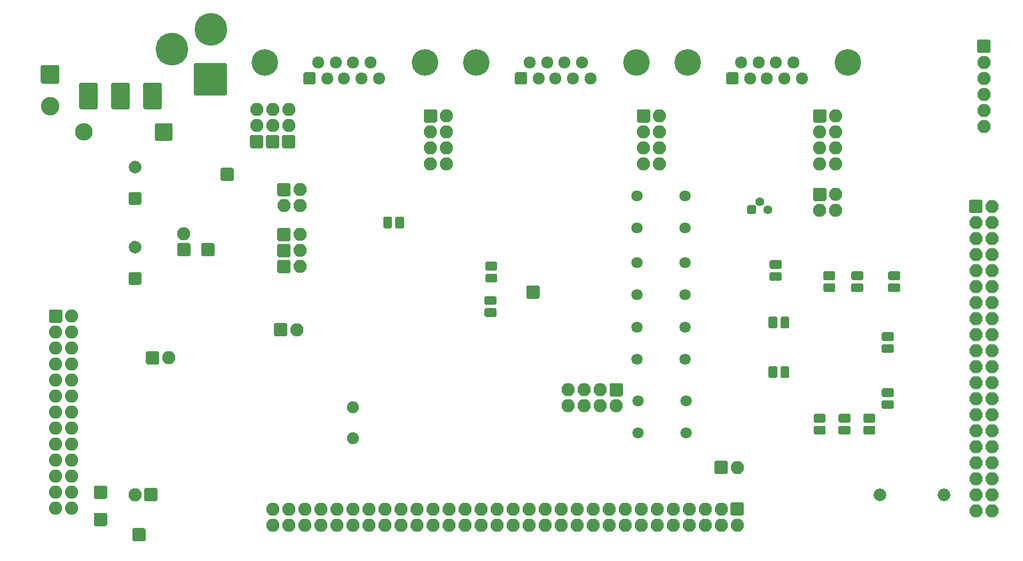
<source format=gbs>
G04 #@! TF.GenerationSoftware,KiCad,Pcbnew,5.1.10-88a1d61d58~88~ubuntu18.04.1*
G04 #@! TF.CreationDate,2021-06-12T18:10:02+08:00*
G04 #@! TF.ProjectId,kit-dev-coldfire-xilinx_5213,6b69742d-6465-4762-9d63-6f6c64666972,2*
G04 #@! TF.SameCoordinates,Original*
G04 #@! TF.FileFunction,Soldermask,Bot*
G04 #@! TF.FilePolarity,Negative*
%FSLAX46Y46*%
G04 Gerber Fmt 4.6, Leading zero omitted, Abs format (unit mm)*
G04 Created by KiCad (PCBNEW 5.1.10-88a1d61d58~88~ubuntu18.04.1) date 2021-06-12 18:10:02*
%MOMM*%
%LPD*%
G01*
G04 APERTURE LIST*
%ADD10O,2.800000X2.800000*%
%ADD11O,2.000000X2.000000*%
%ADD12C,2.000000*%
%ADD13C,1.400000*%
%ADD14O,2.100000X2.100000*%
%ADD15C,1.900000*%
%ADD16C,5.200600*%
%ADD17C,2.940000*%
%ADD18C,4.210000*%
%ADD19C,1.924000*%
%ADD20C,1.797000*%
G04 APERTURE END LIST*
D10*
X80772000Y-77089000D03*
G36*
G01*
X94872000Y-75889000D02*
X94872000Y-78289000D01*
G75*
G02*
X94672000Y-78489000I-200000J0D01*
G01*
X92272000Y-78489000D01*
G75*
G02*
X92072000Y-78289000I0J200000D01*
G01*
X92072000Y-75889000D01*
G75*
G02*
X92272000Y-75689000I200000J0D01*
G01*
X94672000Y-75689000D01*
G75*
G02*
X94872000Y-75889000I0J-200000D01*
G01*
G37*
D11*
X217170000Y-134620000D03*
D12*
X207010000Y-134620000D03*
X88900000Y-95330000D03*
G36*
G01*
X89700000Y-101330000D02*
X88100000Y-101330000D01*
G75*
G02*
X87900000Y-101130000I0J200000D01*
G01*
X87900000Y-99530000D01*
G75*
G02*
X88100000Y-99330000I200000J0D01*
G01*
X89700000Y-99330000D01*
G75*
G02*
X89900000Y-99530000I0J-200000D01*
G01*
X89900000Y-101130000D01*
G75*
G02*
X89700000Y-101330000I-200000J0D01*
G01*
G37*
X88900000Y-82630000D03*
G36*
G01*
X89700000Y-88630000D02*
X88100000Y-88630000D01*
G75*
G02*
X87900000Y-88430000I0J200000D01*
G01*
X87900000Y-86830000D01*
G75*
G02*
X88100000Y-86630000I200000J0D01*
G01*
X89700000Y-86630000D01*
G75*
G02*
X89900000Y-86830000I0J-200000D01*
G01*
X89900000Y-88430000D01*
G75*
G02*
X89700000Y-88630000I-200000J0D01*
G01*
G37*
G36*
G01*
X151169000Y-101439000D02*
X152869000Y-101439000D01*
G75*
G02*
X153069000Y-101639000I0J-200000D01*
G01*
X153069000Y-103339000D01*
G75*
G02*
X152869000Y-103539000I-200000J0D01*
G01*
X151169000Y-103539000D01*
G75*
G02*
X150969000Y-103339000I0J200000D01*
G01*
X150969000Y-101639000D01*
G75*
G02*
X151169000Y-101439000I200000J0D01*
G01*
G37*
G36*
G01*
X82589000Y-133189000D02*
X84289000Y-133189000D01*
G75*
G02*
X84489000Y-133389000I0J-200000D01*
G01*
X84489000Y-135089000D01*
G75*
G02*
X84289000Y-135289000I-200000J0D01*
G01*
X82589000Y-135289000D01*
G75*
G02*
X82389000Y-135089000I0J200000D01*
G01*
X82389000Y-133389000D01*
G75*
G02*
X82589000Y-133189000I200000J0D01*
G01*
G37*
G36*
G01*
X88685000Y-139920000D02*
X90385000Y-139920000D01*
G75*
G02*
X90585000Y-140120000I0J-200000D01*
G01*
X90585000Y-141820000D01*
G75*
G02*
X90385000Y-142020000I-200000J0D01*
G01*
X88685000Y-142020000D01*
G75*
G02*
X88485000Y-141820000I0J200000D01*
G01*
X88485000Y-140120000D01*
G75*
G02*
X88685000Y-139920000I200000J0D01*
G01*
G37*
G36*
G01*
X99607000Y-94708000D02*
X101307000Y-94708000D01*
G75*
G02*
X101507000Y-94908000I0J-200000D01*
G01*
X101507000Y-96608000D01*
G75*
G02*
X101307000Y-96808000I-200000J0D01*
G01*
X99607000Y-96808000D01*
G75*
G02*
X99407000Y-96608000I0J200000D01*
G01*
X99407000Y-94908000D01*
G75*
G02*
X99607000Y-94708000I200000J0D01*
G01*
G37*
G36*
G01*
X82589000Y-137507000D02*
X84289000Y-137507000D01*
G75*
G02*
X84489000Y-137707000I0J-200000D01*
G01*
X84489000Y-139407000D01*
G75*
G02*
X84289000Y-139607000I-200000J0D01*
G01*
X82589000Y-139607000D01*
G75*
G02*
X82389000Y-139407000I0J200000D01*
G01*
X82389000Y-137707000D01*
G75*
G02*
X82589000Y-137507000I200000J0D01*
G01*
G37*
G36*
G01*
X102655000Y-82770000D02*
X104355000Y-82770000D01*
G75*
G02*
X104555000Y-82970000I0J-200000D01*
G01*
X104555000Y-84670000D01*
G75*
G02*
X104355000Y-84870000I-200000J0D01*
G01*
X102655000Y-84870000D01*
G75*
G02*
X102455000Y-84670000I0J200000D01*
G01*
X102455000Y-82970000D01*
G75*
G02*
X102655000Y-82770000I200000J0D01*
G01*
G37*
D13*
X187960000Y-88138000D03*
X189230000Y-89408000D03*
G36*
G01*
X187190000Y-90108000D02*
X186190000Y-90108000D01*
G75*
G02*
X185990000Y-89908000I0J200000D01*
G01*
X185990000Y-88908000D01*
G75*
G02*
X186190000Y-88708000I200000J0D01*
G01*
X187190000Y-88708000D01*
G75*
G02*
X187390000Y-88908000I0J-200000D01*
G01*
X187390000Y-89908000D01*
G75*
G02*
X187190000Y-90108000I-200000J0D01*
G01*
G37*
D14*
X113284000Y-73533000D03*
X113284000Y-76073000D03*
G36*
G01*
X114334000Y-77763000D02*
X114334000Y-79463000D01*
G75*
G02*
X114134000Y-79663000I-200000J0D01*
G01*
X112434000Y-79663000D01*
G75*
G02*
X112234000Y-79463000I0J200000D01*
G01*
X112234000Y-77763000D01*
G75*
G02*
X112434000Y-77563000I200000J0D01*
G01*
X114134000Y-77563000D01*
G75*
G02*
X114334000Y-77763000I0J-200000D01*
G01*
G37*
X110744000Y-73533000D03*
X110744000Y-76073000D03*
G36*
G01*
X111794000Y-77763000D02*
X111794000Y-79463000D01*
G75*
G02*
X111594000Y-79663000I-200000J0D01*
G01*
X109894000Y-79663000D01*
G75*
G02*
X109694000Y-79463000I0J200000D01*
G01*
X109694000Y-77763000D01*
G75*
G02*
X109894000Y-77563000I200000J0D01*
G01*
X111594000Y-77563000D01*
G75*
G02*
X111794000Y-77763000I0J-200000D01*
G01*
G37*
X108204000Y-73533000D03*
X108204000Y-76073000D03*
G36*
G01*
X109254000Y-77763000D02*
X109254000Y-79463000D01*
G75*
G02*
X109054000Y-79663000I-200000J0D01*
G01*
X107354000Y-79663000D01*
G75*
G02*
X107154000Y-79463000I0J200000D01*
G01*
X107154000Y-77763000D01*
G75*
G02*
X107354000Y-77563000I200000J0D01*
G01*
X109054000Y-77563000D01*
G75*
G02*
X109254000Y-77763000I0J-200000D01*
G01*
G37*
G36*
G01*
X129651000Y-90689999D02*
X129651000Y-92190001D01*
G75*
G02*
X129451001Y-92390000I-199999J0D01*
G01*
X128480999Y-92390000D01*
G75*
G02*
X128281000Y-92190001I0J199999D01*
G01*
X128281000Y-90689999D01*
G75*
G02*
X128480999Y-90490000I199999J0D01*
G01*
X129451001Y-90490000D01*
G75*
G02*
X129651000Y-90689999I0J-199999D01*
G01*
G37*
G36*
G01*
X131561000Y-90689999D02*
X131561000Y-92190001D01*
G75*
G02*
X131361001Y-92390000I-199999J0D01*
G01*
X130390999Y-92390000D01*
G75*
G02*
X130191000Y-92190001I0J199999D01*
G01*
X130191000Y-90689999D01*
G75*
G02*
X130390999Y-90490000I199999J0D01*
G01*
X131361001Y-90490000D01*
G75*
G02*
X131561000Y-90689999I0J-199999D01*
G01*
G37*
G36*
G01*
X146038001Y-104505000D02*
X144537999Y-104505000D01*
G75*
G02*
X144338000Y-104305001I0J199999D01*
G01*
X144338000Y-103334999D01*
G75*
G02*
X144537999Y-103135000I199999J0D01*
G01*
X146038001Y-103135000D01*
G75*
G02*
X146238000Y-103334999I0J-199999D01*
G01*
X146238000Y-104305001D01*
G75*
G02*
X146038001Y-104505000I-199999J0D01*
G01*
G37*
G36*
G01*
X146038001Y-106415000D02*
X144537999Y-106415000D01*
G75*
G02*
X144338000Y-106215001I0J199999D01*
G01*
X144338000Y-105244999D01*
G75*
G02*
X144537999Y-105045000I199999J0D01*
G01*
X146038001Y-105045000D01*
G75*
G02*
X146238000Y-105244999I0J-199999D01*
G01*
X146238000Y-106215001D01*
G75*
G02*
X146038001Y-106415000I-199999J0D01*
G01*
G37*
G36*
G01*
X144664999Y-99584000D02*
X146165001Y-99584000D01*
G75*
G02*
X146365000Y-99783999I0J-199999D01*
G01*
X146365000Y-100754001D01*
G75*
G02*
X146165001Y-100954000I-199999J0D01*
G01*
X144664999Y-100954000D01*
G75*
G02*
X144465000Y-100754001I0J199999D01*
G01*
X144465000Y-99783999D01*
G75*
G02*
X144664999Y-99584000I199999J0D01*
G01*
G37*
G36*
G01*
X144664999Y-97674000D02*
X146165001Y-97674000D01*
G75*
G02*
X146365000Y-97873999I0J-199999D01*
G01*
X146365000Y-98844001D01*
G75*
G02*
X146165001Y-99044000I-199999J0D01*
G01*
X144664999Y-99044000D01*
G75*
G02*
X144465000Y-98844001I0J199999D01*
G01*
X144465000Y-97873999D01*
G75*
G02*
X144664999Y-97674000I199999J0D01*
G01*
G37*
G36*
G01*
X210046001Y-100568000D02*
X208545999Y-100568000D01*
G75*
G02*
X208346000Y-100368001I0J199999D01*
G01*
X208346000Y-99397999D01*
G75*
G02*
X208545999Y-99198000I199999J0D01*
G01*
X210046001Y-99198000D01*
G75*
G02*
X210246000Y-99397999I0J-199999D01*
G01*
X210246000Y-100368001D01*
G75*
G02*
X210046001Y-100568000I-199999J0D01*
G01*
G37*
G36*
G01*
X210046001Y-102478000D02*
X208545999Y-102478000D01*
G75*
G02*
X208346000Y-102278001I0J199999D01*
G01*
X208346000Y-101307999D01*
G75*
G02*
X208545999Y-101108000I199999J0D01*
G01*
X210046001Y-101108000D01*
G75*
G02*
X210246000Y-101307999I0J-199999D01*
G01*
X210246000Y-102278001D01*
G75*
G02*
X210046001Y-102478000I-199999J0D01*
G01*
G37*
G36*
G01*
X190738000Y-106564999D02*
X190738000Y-108065001D01*
G75*
G02*
X190538001Y-108265000I-199999J0D01*
G01*
X189567999Y-108265000D01*
G75*
G02*
X189368000Y-108065001I0J199999D01*
G01*
X189368000Y-106564999D01*
G75*
G02*
X189567999Y-106365000I199999J0D01*
G01*
X190538001Y-106365000D01*
G75*
G02*
X190738000Y-106564999I0J-199999D01*
G01*
G37*
G36*
G01*
X192648000Y-106564999D02*
X192648000Y-108065001D01*
G75*
G02*
X192448001Y-108265000I-199999J0D01*
G01*
X191477999Y-108265000D01*
G75*
G02*
X191278000Y-108065001I0J199999D01*
G01*
X191278000Y-106564999D01*
G75*
G02*
X191477999Y-106365000I199999J0D01*
G01*
X192448001Y-106365000D01*
G75*
G02*
X192648000Y-106564999I0J-199999D01*
G01*
G37*
G36*
G01*
X204204001Y-100568000D02*
X202703999Y-100568000D01*
G75*
G02*
X202504000Y-100368001I0J199999D01*
G01*
X202504000Y-99397999D01*
G75*
G02*
X202703999Y-99198000I199999J0D01*
G01*
X204204001Y-99198000D01*
G75*
G02*
X204404000Y-99397999I0J-199999D01*
G01*
X204404000Y-100368001D01*
G75*
G02*
X204204001Y-100568000I-199999J0D01*
G01*
G37*
G36*
G01*
X204204001Y-102478000D02*
X202703999Y-102478000D01*
G75*
G02*
X202504000Y-102278001I0J199999D01*
G01*
X202504000Y-101307999D01*
G75*
G02*
X202703999Y-101108000I199999J0D01*
G01*
X204204001Y-101108000D01*
G75*
G02*
X204404000Y-101307999I0J-199999D01*
G01*
X204404000Y-102278001D01*
G75*
G02*
X204204001Y-102478000I-199999J0D01*
G01*
G37*
G36*
G01*
X207529999Y-110760000D02*
X209030001Y-110760000D01*
G75*
G02*
X209230000Y-110959999I0J-199999D01*
G01*
X209230000Y-111930001D01*
G75*
G02*
X209030001Y-112130000I-199999J0D01*
G01*
X207529999Y-112130000D01*
G75*
G02*
X207330000Y-111930001I0J199999D01*
G01*
X207330000Y-110959999D01*
G75*
G02*
X207529999Y-110760000I199999J0D01*
G01*
G37*
G36*
G01*
X207529999Y-108850000D02*
X209030001Y-108850000D01*
G75*
G02*
X209230000Y-109049999I0J-199999D01*
G01*
X209230000Y-110020001D01*
G75*
G02*
X209030001Y-110220000I-199999J0D01*
G01*
X207529999Y-110220000D01*
G75*
G02*
X207330000Y-110020001I0J199999D01*
G01*
X207330000Y-109049999D01*
G75*
G02*
X207529999Y-108850000I199999J0D01*
G01*
G37*
G36*
G01*
X200671999Y-123714000D02*
X202172001Y-123714000D01*
G75*
G02*
X202372000Y-123913999I0J-199999D01*
G01*
X202372000Y-124884001D01*
G75*
G02*
X202172001Y-125084000I-199999J0D01*
G01*
X200671999Y-125084000D01*
G75*
G02*
X200472000Y-124884001I0J199999D01*
G01*
X200472000Y-123913999D01*
G75*
G02*
X200671999Y-123714000I199999J0D01*
G01*
G37*
G36*
G01*
X200671999Y-121804000D02*
X202172001Y-121804000D01*
G75*
G02*
X202372000Y-122003999I0J-199999D01*
G01*
X202372000Y-122974001D01*
G75*
G02*
X202172001Y-123174000I-199999J0D01*
G01*
X200671999Y-123174000D01*
G75*
G02*
X200472000Y-122974001I0J199999D01*
G01*
X200472000Y-122003999D01*
G75*
G02*
X200671999Y-121804000I199999J0D01*
G01*
G37*
G36*
G01*
X207529999Y-119650000D02*
X209030001Y-119650000D01*
G75*
G02*
X209230000Y-119849999I0J-199999D01*
G01*
X209230000Y-120820001D01*
G75*
G02*
X209030001Y-121020000I-199999J0D01*
G01*
X207529999Y-121020000D01*
G75*
G02*
X207330000Y-120820001I0J199999D01*
G01*
X207330000Y-119849999D01*
G75*
G02*
X207529999Y-119650000I199999J0D01*
G01*
G37*
G36*
G01*
X207529999Y-117740000D02*
X209030001Y-117740000D01*
G75*
G02*
X209230000Y-117939999I0J-199999D01*
G01*
X209230000Y-118910001D01*
G75*
G02*
X209030001Y-119110000I-199999J0D01*
G01*
X207529999Y-119110000D01*
G75*
G02*
X207330000Y-118910001I0J199999D01*
G01*
X207330000Y-117939999D01*
G75*
G02*
X207529999Y-117740000I199999J0D01*
G01*
G37*
G36*
G01*
X191250001Y-98790000D02*
X189749999Y-98790000D01*
G75*
G02*
X189550000Y-98590001I0J199999D01*
G01*
X189550000Y-97619999D01*
G75*
G02*
X189749999Y-97420000I199999J0D01*
G01*
X191250001Y-97420000D01*
G75*
G02*
X191450000Y-97619999I0J-199999D01*
G01*
X191450000Y-98590001D01*
G75*
G02*
X191250001Y-98790000I-199999J0D01*
G01*
G37*
G36*
G01*
X191250001Y-100700000D02*
X189749999Y-100700000D01*
G75*
G02*
X189550000Y-100500001I0J199999D01*
G01*
X189550000Y-99529999D01*
G75*
G02*
X189749999Y-99330000I199999J0D01*
G01*
X191250001Y-99330000D01*
G75*
G02*
X191450000Y-99529999I0J-199999D01*
G01*
X191450000Y-100500001D01*
G75*
G02*
X191250001Y-100700000I-199999J0D01*
G01*
G37*
G36*
G01*
X199759001Y-100568000D02*
X198258999Y-100568000D01*
G75*
G02*
X198059000Y-100368001I0J199999D01*
G01*
X198059000Y-99397999D01*
G75*
G02*
X198258999Y-99198000I199999J0D01*
G01*
X199759001Y-99198000D01*
G75*
G02*
X199959000Y-99397999I0J-199999D01*
G01*
X199959000Y-100368001D01*
G75*
G02*
X199759001Y-100568000I-199999J0D01*
G01*
G37*
G36*
G01*
X199759001Y-102478000D02*
X198258999Y-102478000D01*
G75*
G02*
X198059000Y-102278001I0J199999D01*
G01*
X198059000Y-101307999D01*
G75*
G02*
X198258999Y-101108000I199999J0D01*
G01*
X199759001Y-101108000D01*
G75*
G02*
X199959000Y-101307999I0J-199999D01*
G01*
X199959000Y-102278001D01*
G75*
G02*
X199759001Y-102478000I-199999J0D01*
G01*
G37*
G36*
G01*
X204608999Y-123714000D02*
X206109001Y-123714000D01*
G75*
G02*
X206309000Y-123913999I0J-199999D01*
G01*
X206309000Y-124884001D01*
G75*
G02*
X206109001Y-125084000I-199999J0D01*
G01*
X204608999Y-125084000D01*
G75*
G02*
X204409000Y-124884001I0J199999D01*
G01*
X204409000Y-123913999D01*
G75*
G02*
X204608999Y-123714000I199999J0D01*
G01*
G37*
G36*
G01*
X204608999Y-121804000D02*
X206109001Y-121804000D01*
G75*
G02*
X206309000Y-122003999I0J-199999D01*
G01*
X206309000Y-122974001D01*
G75*
G02*
X206109001Y-123174000I-199999J0D01*
G01*
X204608999Y-123174000D01*
G75*
G02*
X204409000Y-122974001I0J199999D01*
G01*
X204409000Y-122003999D01*
G75*
G02*
X204608999Y-121804000I199999J0D01*
G01*
G37*
G36*
G01*
X196734999Y-123714000D02*
X198235001Y-123714000D01*
G75*
G02*
X198435000Y-123913999I0J-199999D01*
G01*
X198435000Y-124884001D01*
G75*
G02*
X198235001Y-125084000I-199999J0D01*
G01*
X196734999Y-125084000D01*
G75*
G02*
X196535000Y-124884001I0J199999D01*
G01*
X196535000Y-123913999D01*
G75*
G02*
X196734999Y-123714000I199999J0D01*
G01*
G37*
G36*
G01*
X196734999Y-121804000D02*
X198235001Y-121804000D01*
G75*
G02*
X198435000Y-122003999I0J-199999D01*
G01*
X198435000Y-122974001D01*
G75*
G02*
X198235001Y-123174000I-199999J0D01*
G01*
X196734999Y-123174000D01*
G75*
G02*
X196535000Y-122974001I0J199999D01*
G01*
X196535000Y-122003999D01*
G75*
G02*
X196734999Y-121804000I199999J0D01*
G01*
G37*
G36*
G01*
X190738000Y-114438999D02*
X190738000Y-115939001D01*
G75*
G02*
X190538001Y-116139000I-199999J0D01*
G01*
X189567999Y-116139000D01*
G75*
G02*
X189368000Y-115939001I0J199999D01*
G01*
X189368000Y-114438999D01*
G75*
G02*
X189567999Y-114239000I199999J0D01*
G01*
X190538001Y-114239000D01*
G75*
G02*
X190738000Y-114438999I0J-199999D01*
G01*
G37*
G36*
G01*
X192648000Y-114438999D02*
X192648000Y-115939001D01*
G75*
G02*
X192448001Y-116139000I-199999J0D01*
G01*
X191477999Y-116139000D01*
G75*
G02*
X191278000Y-115939001I0J199999D01*
G01*
X191278000Y-114438999D01*
G75*
G02*
X191477999Y-114239000I199999J0D01*
G01*
X192448001Y-114239000D01*
G75*
G02*
X192648000Y-114438999I0J-199999D01*
G01*
G37*
D15*
X123444000Y-125677000D03*
X123444000Y-120777000D03*
D14*
X115062000Y-93345000D03*
G36*
G01*
X113372000Y-94395000D02*
X111672000Y-94395000D01*
G75*
G02*
X111472000Y-94195000I0J200000D01*
G01*
X111472000Y-92495000D01*
G75*
G02*
X111672000Y-92295000I200000J0D01*
G01*
X113372000Y-92295000D01*
G75*
G02*
X113572000Y-92495000I0J-200000D01*
G01*
X113572000Y-94195000D01*
G75*
G02*
X113372000Y-94395000I-200000J0D01*
G01*
G37*
X96647000Y-93218000D03*
G36*
G01*
X97697000Y-94908000D02*
X97697000Y-96608000D01*
G75*
G02*
X97497000Y-96808000I-200000J0D01*
G01*
X95797000Y-96808000D01*
G75*
G02*
X95597000Y-96608000I0J200000D01*
G01*
X95597000Y-94908000D01*
G75*
G02*
X95797000Y-94708000I200000J0D01*
G01*
X97497000Y-94708000D01*
G75*
G02*
X97697000Y-94908000I0J-200000D01*
G01*
G37*
X115062000Y-98425000D03*
G36*
G01*
X113372000Y-99475000D02*
X111672000Y-99475000D01*
G75*
G02*
X111472000Y-99275000I0J200000D01*
G01*
X111472000Y-97575000D01*
G75*
G02*
X111672000Y-97375000I200000J0D01*
G01*
X113372000Y-97375000D01*
G75*
G02*
X113572000Y-97575000I0J-200000D01*
G01*
X113572000Y-99275000D01*
G75*
G02*
X113372000Y-99475000I-200000J0D01*
G01*
G37*
X115062000Y-95885000D03*
G36*
G01*
X113372000Y-96935000D02*
X111672000Y-96935000D01*
G75*
G02*
X111472000Y-96735000I0J200000D01*
G01*
X111472000Y-95035000D01*
G75*
G02*
X111672000Y-94835000I200000J0D01*
G01*
X113372000Y-94835000D01*
G75*
G02*
X113572000Y-95035000I0J-200000D01*
G01*
X113572000Y-96735000D01*
G75*
G02*
X113372000Y-96935000I-200000J0D01*
G01*
G37*
X88900000Y-134620000D03*
G36*
G01*
X90590000Y-133570000D02*
X92290000Y-133570000D01*
G75*
G02*
X92490000Y-133770000I0J-200000D01*
G01*
X92490000Y-135470000D01*
G75*
G02*
X92290000Y-135670000I-200000J0D01*
G01*
X90590000Y-135670000D01*
G75*
G02*
X90390000Y-135470000I0J200000D01*
G01*
X90390000Y-133770000D01*
G75*
G02*
X90590000Y-133570000I200000J0D01*
G01*
G37*
X94234000Y-112903000D03*
G36*
G01*
X92544000Y-113953000D02*
X90844000Y-113953000D01*
G75*
G02*
X90644000Y-113753000I0J200000D01*
G01*
X90644000Y-112053000D01*
G75*
G02*
X90844000Y-111853000I200000J0D01*
G01*
X92544000Y-111853000D01*
G75*
G02*
X92744000Y-112053000I0J-200000D01*
G01*
X92744000Y-113753000D01*
G75*
G02*
X92544000Y-113953000I-200000J0D01*
G01*
G37*
X114554000Y-108458000D03*
G36*
G01*
X112864000Y-109508000D02*
X111164000Y-109508000D01*
G75*
G02*
X110964000Y-109308000I0J200000D01*
G01*
X110964000Y-107608000D01*
G75*
G02*
X111164000Y-107408000I200000J0D01*
G01*
X112864000Y-107408000D01*
G75*
G02*
X113064000Y-107608000I0J-200000D01*
G01*
X113064000Y-109308000D01*
G75*
G02*
X112864000Y-109508000I-200000J0D01*
G01*
G37*
X184404000Y-130302000D03*
G36*
G01*
X182714000Y-131352000D02*
X181014000Y-131352000D01*
G75*
G02*
X180814000Y-131152000I0J200000D01*
G01*
X180814000Y-129452000D01*
G75*
G02*
X181014000Y-129252000I200000J0D01*
G01*
X182714000Y-129252000D01*
G75*
G02*
X182914000Y-129452000I0J-200000D01*
G01*
X182914000Y-131152000D01*
G75*
G02*
X182714000Y-131352000I-200000J0D01*
G01*
G37*
X223520000Y-76200000D03*
X223520000Y-73660000D03*
X223520000Y-71120000D03*
X223520000Y-68580000D03*
X223520000Y-66040000D03*
G36*
G01*
X222470000Y-64350000D02*
X222470000Y-62650000D01*
G75*
G02*
X222670000Y-62450000I200000J0D01*
G01*
X224370000Y-62450000D01*
G75*
G02*
X224570000Y-62650000I0J-200000D01*
G01*
X224570000Y-64350000D01*
G75*
G02*
X224370000Y-64550000I-200000J0D01*
G01*
X222670000Y-64550000D01*
G75*
G02*
X222470000Y-64350000I0J200000D01*
G01*
G37*
X115062000Y-88773000D03*
X112522000Y-88773000D03*
X115062000Y-86233000D03*
G36*
G01*
X111472000Y-87083000D02*
X111472000Y-85383000D01*
G75*
G02*
X111672000Y-85183000I200000J0D01*
G01*
X113372000Y-85183000D01*
G75*
G02*
X113572000Y-85383000I0J-200000D01*
G01*
X113572000Y-87083000D01*
G75*
G02*
X113372000Y-87283000I-200000J0D01*
G01*
X111672000Y-87283000D01*
G75*
G02*
X111472000Y-87083000I0J200000D01*
G01*
G37*
X200025000Y-89535000D03*
X197485000Y-89535000D03*
X200025000Y-86995000D03*
G36*
G01*
X196435000Y-87845000D02*
X196435000Y-86145000D01*
G75*
G02*
X196635000Y-85945000I200000J0D01*
G01*
X198335000Y-85945000D01*
G75*
G02*
X198535000Y-86145000I0J-200000D01*
G01*
X198535000Y-87845000D01*
G75*
G02*
X198335000Y-88045000I-200000J0D01*
G01*
X196635000Y-88045000D01*
G75*
G02*
X196435000Y-87845000I0J200000D01*
G01*
G37*
X157607000Y-120523000D03*
X157607000Y-117983000D03*
X160147000Y-120523000D03*
X160147000Y-117983000D03*
X162687000Y-120523000D03*
X162687000Y-117983000D03*
X165227000Y-120523000D03*
G36*
G01*
X164377000Y-116933000D02*
X166077000Y-116933000D01*
G75*
G02*
X166277000Y-117133000I0J-200000D01*
G01*
X166277000Y-118833000D01*
G75*
G02*
X166077000Y-119033000I-200000J0D01*
G01*
X164377000Y-119033000D01*
G75*
G02*
X164177000Y-118833000I0J200000D01*
G01*
X164177000Y-117133000D01*
G75*
G02*
X164377000Y-116933000I200000J0D01*
G01*
G37*
X200025000Y-82169000D03*
X197485000Y-82169000D03*
X200025000Y-79629000D03*
X197485000Y-79629000D03*
X200025000Y-77089000D03*
X197485000Y-77089000D03*
X200025000Y-74549000D03*
G36*
G01*
X196435000Y-75399000D02*
X196435000Y-73699000D01*
G75*
G02*
X196635000Y-73499000I200000J0D01*
G01*
X198335000Y-73499000D01*
G75*
G02*
X198535000Y-73699000I0J-200000D01*
G01*
X198535000Y-75399000D01*
G75*
G02*
X198335000Y-75599000I-200000J0D01*
G01*
X196635000Y-75599000D01*
G75*
G02*
X196435000Y-75399000I0J200000D01*
G01*
G37*
X172085000Y-82169000D03*
X169545000Y-82169000D03*
X172085000Y-79629000D03*
X169545000Y-79629000D03*
X172085000Y-77089000D03*
X169545000Y-77089000D03*
X172085000Y-74549000D03*
G36*
G01*
X168495000Y-75399000D02*
X168495000Y-73699000D01*
G75*
G02*
X168695000Y-73499000I200000J0D01*
G01*
X170395000Y-73499000D01*
G75*
G02*
X170595000Y-73699000I0J-200000D01*
G01*
X170595000Y-75399000D01*
G75*
G02*
X170395000Y-75599000I-200000J0D01*
G01*
X168695000Y-75599000D01*
G75*
G02*
X168495000Y-75399000I0J200000D01*
G01*
G37*
X138303000Y-82169000D03*
X135763000Y-82169000D03*
X138303000Y-79629000D03*
X135763000Y-79629000D03*
X138303000Y-77089000D03*
X135763000Y-77089000D03*
X138303000Y-74549000D03*
G36*
G01*
X134713000Y-75399000D02*
X134713000Y-73699000D01*
G75*
G02*
X134913000Y-73499000I200000J0D01*
G01*
X136613000Y-73499000D01*
G75*
G02*
X136813000Y-73699000I0J-200000D01*
G01*
X136813000Y-75399000D01*
G75*
G02*
X136613000Y-75599000I-200000J0D01*
G01*
X134913000Y-75599000D01*
G75*
G02*
X134713000Y-75399000I0J200000D01*
G01*
G37*
X78867000Y-136779000D03*
X76327000Y-136779000D03*
X78867000Y-134239000D03*
X76327000Y-134239000D03*
X78867000Y-131699000D03*
X76327000Y-131699000D03*
X78867000Y-129159000D03*
X76327000Y-129159000D03*
X78867000Y-126619000D03*
X76327000Y-126619000D03*
X78867000Y-124079000D03*
X76327000Y-124079000D03*
X78867000Y-121539000D03*
X76327000Y-121539000D03*
X78867000Y-118999000D03*
X76327000Y-118999000D03*
X78867000Y-116459000D03*
X76327000Y-116459000D03*
X78867000Y-113919000D03*
X76327000Y-113919000D03*
X78867000Y-111379000D03*
X76327000Y-111379000D03*
X78867000Y-108839000D03*
X76327000Y-108839000D03*
X78867000Y-106299000D03*
G36*
G01*
X75277000Y-107149000D02*
X75277000Y-105449000D01*
G75*
G02*
X75477000Y-105249000I200000J0D01*
G01*
X77177000Y-105249000D01*
G75*
G02*
X77377000Y-105449000I0J-200000D01*
G01*
X77377000Y-107149000D01*
G75*
G02*
X77177000Y-107349000I-200000J0D01*
G01*
X75477000Y-107349000D01*
G75*
G02*
X75277000Y-107149000I0J200000D01*
G01*
G37*
X110744000Y-139446000D03*
X110744000Y-136906000D03*
X113284000Y-139446000D03*
X113284000Y-136906000D03*
X115824000Y-139446000D03*
X115824000Y-136906000D03*
X118364000Y-139446000D03*
X118364000Y-136906000D03*
X120904000Y-139446000D03*
X120904000Y-136906000D03*
X123444000Y-139446000D03*
X123444000Y-136906000D03*
X125984000Y-139446000D03*
X125984000Y-136906000D03*
X128524000Y-139446000D03*
X128524000Y-136906000D03*
X131064000Y-139446000D03*
X131064000Y-136906000D03*
X133604000Y-139446000D03*
X133604000Y-136906000D03*
X136144000Y-139446000D03*
X136144000Y-136906000D03*
X138684000Y-139446000D03*
X138684000Y-136906000D03*
X141224000Y-139446000D03*
X141224000Y-136906000D03*
X143764000Y-139446000D03*
X143764000Y-136906000D03*
X146304000Y-139446000D03*
X146304000Y-136906000D03*
X148844000Y-139446000D03*
X148844000Y-136906000D03*
X151384000Y-139446000D03*
X151384000Y-136906000D03*
X153924000Y-139446000D03*
X153924000Y-136906000D03*
X156464000Y-139446000D03*
X156464000Y-136906000D03*
X159004000Y-139446000D03*
X159004000Y-136906000D03*
X161544000Y-139446000D03*
X161544000Y-136906000D03*
X164084000Y-139446000D03*
X164084000Y-136906000D03*
X166624000Y-139446000D03*
X166624000Y-136906000D03*
X169164000Y-139446000D03*
X169164000Y-136906000D03*
X171704000Y-139446000D03*
X171704000Y-136906000D03*
X174244000Y-139446000D03*
X174244000Y-136906000D03*
X176784000Y-139446000D03*
X176784000Y-136906000D03*
X179324000Y-139446000D03*
X179324000Y-136906000D03*
X181864000Y-139446000D03*
X181864000Y-136906000D03*
X184404000Y-139446000D03*
G36*
G01*
X183554000Y-135856000D02*
X185254000Y-135856000D01*
G75*
G02*
X185454000Y-136056000I0J-200000D01*
G01*
X185454000Y-137756000D01*
G75*
G02*
X185254000Y-137956000I-200000J0D01*
G01*
X183554000Y-137956000D01*
G75*
G02*
X183354000Y-137756000I0J200000D01*
G01*
X183354000Y-136056000D01*
G75*
G02*
X183554000Y-135856000I200000J0D01*
G01*
G37*
X224790000Y-137160000D03*
X222250000Y-137160000D03*
X224790000Y-134620000D03*
X222250000Y-134620000D03*
X224790000Y-132080000D03*
X222250000Y-132080000D03*
X224790000Y-129540000D03*
X222250000Y-129540000D03*
X224790000Y-127000000D03*
X222250000Y-127000000D03*
X224790000Y-124460000D03*
X222250000Y-124460000D03*
X224790000Y-121920000D03*
X222250000Y-121920000D03*
X224790000Y-119380000D03*
X222250000Y-119380000D03*
X224790000Y-116840000D03*
X222250000Y-116840000D03*
X224790000Y-114300000D03*
X222250000Y-114300000D03*
X224790000Y-111760000D03*
X222250000Y-111760000D03*
X224790000Y-109220000D03*
X222250000Y-109220000D03*
X224790000Y-106680000D03*
X222250000Y-106680000D03*
X224790000Y-104140000D03*
X222250000Y-104140000D03*
X224790000Y-101600000D03*
X222250000Y-101600000D03*
X224790000Y-99060000D03*
X222250000Y-99060000D03*
X224790000Y-96520000D03*
X222250000Y-96520000D03*
X224790000Y-93980000D03*
X222250000Y-93980000D03*
X224790000Y-91440000D03*
X222250000Y-91440000D03*
X224790000Y-88900000D03*
G36*
G01*
X221200000Y-89750000D02*
X221200000Y-88050000D01*
G75*
G02*
X221400000Y-87850000I200000J0D01*
G01*
X223100000Y-87850000D01*
G75*
G02*
X223300000Y-88050000I0J-200000D01*
G01*
X223300000Y-89750000D01*
G75*
G02*
X223100000Y-89950000I-200000J0D01*
G01*
X221400000Y-89950000D01*
G75*
G02*
X221200000Y-89750000I0J200000D01*
G01*
G37*
D16*
X100965000Y-60833000D03*
G36*
G01*
X98464700Y-66132700D02*
X103265300Y-66132700D01*
G75*
G02*
X103465300Y-66332700I0J-200000D01*
G01*
X103465300Y-71133300D01*
G75*
G02*
X103265300Y-71333300I-200000J0D01*
G01*
X98464700Y-71333300D01*
G75*
G02*
X98264700Y-71133300I0J200000D01*
G01*
X98264700Y-66332700D01*
G75*
G02*
X98464700Y-66132700I200000J0D01*
G01*
G37*
X94765000Y-63933000D03*
G36*
G01*
X87884000Y-73479000D02*
X85344000Y-73479000D01*
G75*
G02*
X85144000Y-73279000I0J200000D01*
G01*
X85144000Y-69469000D01*
G75*
G02*
X85344000Y-69269000I200000J0D01*
G01*
X87884000Y-69269000D01*
G75*
G02*
X88084000Y-69469000I0J-200000D01*
G01*
X88084000Y-73279000D01*
G75*
G02*
X87884000Y-73479000I-200000J0D01*
G01*
G37*
G36*
G01*
X82804000Y-73479000D02*
X80264000Y-73479000D01*
G75*
G02*
X80064000Y-73279000I0J200000D01*
G01*
X80064000Y-69469000D01*
G75*
G02*
X80264000Y-69269000I200000J0D01*
G01*
X82804000Y-69269000D01*
G75*
G02*
X83004000Y-69469000I0J-200000D01*
G01*
X83004000Y-73279000D01*
G75*
G02*
X82804000Y-73479000I-200000J0D01*
G01*
G37*
G36*
G01*
X92964000Y-73479000D02*
X90424000Y-73479000D01*
G75*
G02*
X90224000Y-73279000I0J200000D01*
G01*
X90224000Y-69469000D01*
G75*
G02*
X90424000Y-69269000I200000J0D01*
G01*
X92964000Y-69269000D01*
G75*
G02*
X93164000Y-69469000I0J-200000D01*
G01*
X93164000Y-73279000D01*
G75*
G02*
X92964000Y-73479000I-200000J0D01*
G01*
G37*
G36*
G01*
X74168000Y-66475000D02*
X76708000Y-66475000D01*
G75*
G02*
X76908000Y-66675000I0J-200000D01*
G01*
X76908000Y-69215000D01*
G75*
G02*
X76708000Y-69415000I-200000J0D01*
G01*
X74168000Y-69415000D01*
G75*
G02*
X73968000Y-69215000I0J200000D01*
G01*
X73968000Y-66675000D01*
G75*
G02*
X74168000Y-66475000I200000J0D01*
G01*
G37*
D17*
X75438000Y-73025000D03*
D18*
X201930000Y-66040000D03*
X176530000Y-66040000D03*
G36*
G01*
X182680000Y-69342000D02*
X182680000Y-67818000D01*
G75*
G02*
X182880000Y-67618000I200000J0D01*
G01*
X184404000Y-67618000D01*
G75*
G02*
X184604000Y-67818000I0J-200000D01*
G01*
X184604000Y-69342000D01*
G75*
G02*
X184404000Y-69542000I-200000J0D01*
G01*
X182880000Y-69542000D01*
G75*
G02*
X182680000Y-69342000I0J200000D01*
G01*
G37*
D19*
X186436000Y-68580000D03*
X189103000Y-68580000D03*
X191897000Y-68580000D03*
X194691000Y-68580000D03*
X185039000Y-66040000D03*
X187833000Y-66040000D03*
X190500000Y-66040000D03*
X193294000Y-66040000D03*
D18*
X168402000Y-66040000D03*
X143002000Y-66040000D03*
G36*
G01*
X149152000Y-69342000D02*
X149152000Y-67818000D01*
G75*
G02*
X149352000Y-67618000I200000J0D01*
G01*
X150876000Y-67618000D01*
G75*
G02*
X151076000Y-67818000I0J-200000D01*
G01*
X151076000Y-69342000D01*
G75*
G02*
X150876000Y-69542000I-200000J0D01*
G01*
X149352000Y-69542000D01*
G75*
G02*
X149152000Y-69342000I0J200000D01*
G01*
G37*
D19*
X152908000Y-68580000D03*
X155575000Y-68580000D03*
X158369000Y-68580000D03*
X161163000Y-68580000D03*
X151511000Y-66040000D03*
X154305000Y-66040000D03*
X156972000Y-66040000D03*
X159766000Y-66040000D03*
D18*
X134874000Y-66040000D03*
X109474000Y-66040000D03*
G36*
G01*
X115624000Y-69342000D02*
X115624000Y-67818000D01*
G75*
G02*
X115824000Y-67618000I200000J0D01*
G01*
X117348000Y-67618000D01*
G75*
G02*
X117548000Y-67818000I0J-200000D01*
G01*
X117548000Y-69342000D01*
G75*
G02*
X117348000Y-69542000I-200000J0D01*
G01*
X115824000Y-69542000D01*
G75*
G02*
X115624000Y-69342000I0J200000D01*
G01*
G37*
D19*
X119380000Y-68580000D03*
X122047000Y-68580000D03*
X124841000Y-68580000D03*
X127635000Y-68580000D03*
X117983000Y-66040000D03*
X120777000Y-66040000D03*
X123444000Y-66040000D03*
X126238000Y-66040000D03*
D20*
X176149000Y-97790000D03*
X176149000Y-102870000D03*
X168529000Y-97790000D03*
X168529000Y-102870000D03*
X168529000Y-92329000D03*
X168529000Y-87249000D03*
X176149000Y-92329000D03*
X176149000Y-87249000D03*
X176149000Y-108077000D03*
X176149000Y-113157000D03*
X168529000Y-108077000D03*
X168529000Y-113157000D03*
X176276000Y-119761000D03*
X176276000Y-124841000D03*
X168656000Y-119761000D03*
X168656000Y-124841000D03*
M02*

</source>
